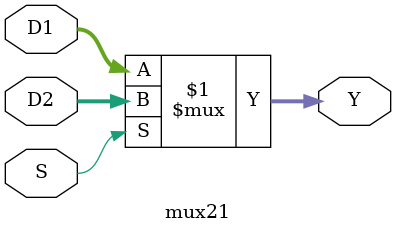
<source format=v>
`timescale 1ns / 1ps

module mux21(
    input S,
    input [31:0] D1,
    input [31:0] D2,
    output [31:0] Y);
    
    // define MUX 2:1 module behavior
    assign Y = S ? D2 : D1;
    
endmodule

</source>
